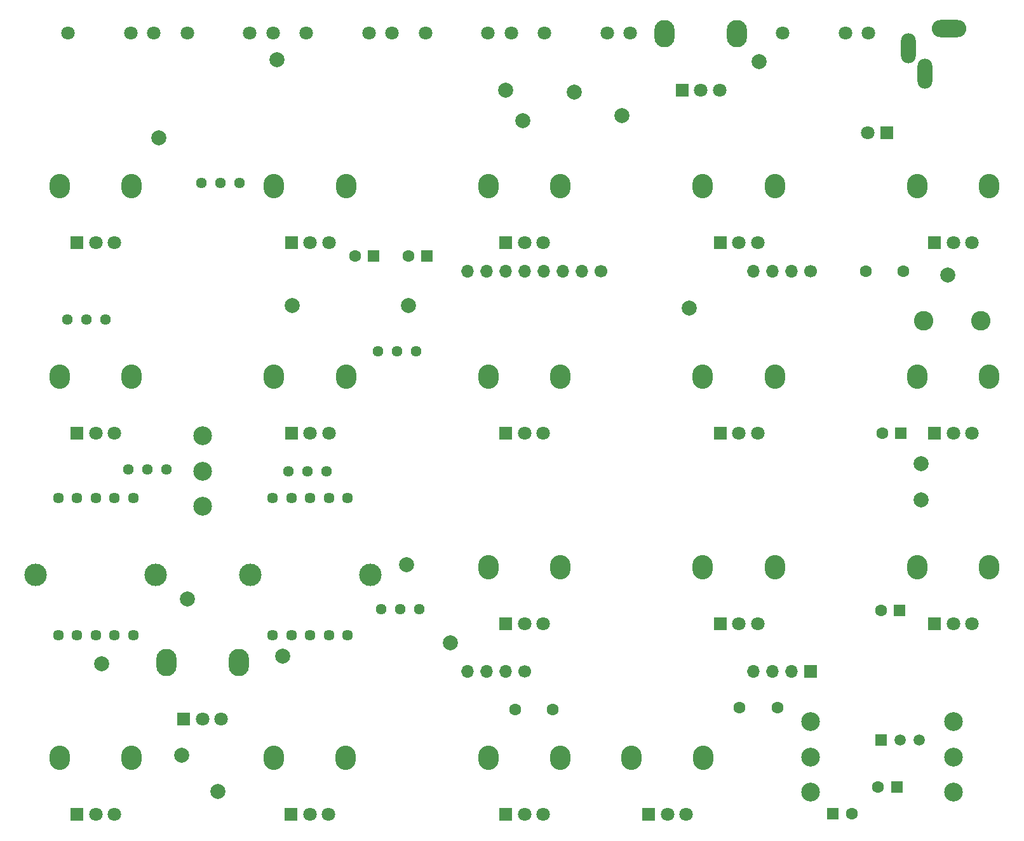
<source format=gts>
G04 #@! TF.GenerationSoftware,KiCad,Pcbnew,6.0.5+dfsg-1~bpo11+1*
G04 #@! TF.CreationDate,2022-09-17T14:34:51+00:00*
G04 #@! TF.ProjectId,micro_pico,6d696372-6f5f-4706-9963-6f2e6b696361,0.1*
G04 #@! TF.SameCoordinates,Original*
G04 #@! TF.FileFunction,Soldermask,Top*
G04 #@! TF.FilePolarity,Negative*
%FSLAX46Y46*%
G04 Gerber Fmt 4.6, Leading zero omitted, Abs format (unit mm)*
G04 Created by KiCad (PCBNEW 6.0.5+dfsg-1~bpo11+1) date 2022-09-17 14:34:51*
%MOMM*%
%LPD*%
G01*
G04 APERTURE LIST*
%ADD10C,2.500000*%
%ADD11O,4.600000X2.300000*%
%ADD12O,2.000000X4.000000*%
%ADD13O,2.720000X3.240000*%
%ADD14R,1.800000X1.800000*%
%ADD15C,1.800000*%
%ADD16C,3.000000*%
%ADD17C,1.451600*%
%ADD18O,2.720000X3.640000*%
%ADD19C,2.000000*%
%ADD20R,1.700000X1.700000*%
%ADD21O,1.700000X1.700000*%
%ADD22C,1.700000*%
%ADD23R,1.600000X1.600000*%
%ADD24C,1.600000*%
%ADD25C,1.440000*%
%ADD26C,2.600000*%
%ADD27R,1.500000X1.500000*%
%ADD28C,1.500000*%
G04 APERTURE END LIST*
D10*
X179070000Y-136780000D03*
X179070000Y-132080000D03*
X179070000Y-127380000D03*
D11*
X197584000Y-34955000D03*
D12*
X192184000Y-37575000D03*
X194334000Y-40975000D03*
D13*
X107595000Y-56010000D03*
X117195000Y-56010000D03*
D14*
X109895000Y-63510000D03*
D15*
X112395000Y-63510000D03*
X114895000Y-63510000D03*
D13*
X88620000Y-56010000D03*
X79020000Y-56010000D03*
D14*
X81320000Y-63510000D03*
D15*
X83820000Y-63510000D03*
X86320000Y-63510000D03*
X123320000Y-35560000D03*
X120220000Y-35560000D03*
X111920000Y-35560000D03*
D16*
X91820000Y-107780000D03*
X75820000Y-107780000D03*
D17*
X78820000Y-97530000D03*
X81320000Y-97530000D03*
X83820000Y-97530000D03*
X86320000Y-97530000D03*
X88820000Y-97530000D03*
X88820000Y-115830000D03*
X86320000Y-115830000D03*
X83820000Y-115830000D03*
X81320000Y-115830000D03*
X78820000Y-115830000D03*
D13*
X164745000Y-106800000D03*
X174345000Y-106800000D03*
D14*
X167045000Y-114300000D03*
D15*
X169545000Y-114300000D03*
X172045000Y-114300000D03*
D13*
X193320000Y-56010000D03*
X202920000Y-56010000D03*
D14*
X195620000Y-63510000D03*
D15*
X198120000Y-63510000D03*
X200620000Y-63510000D03*
D13*
X145770000Y-56010000D03*
X136170000Y-56010000D03*
D14*
X138470000Y-63510000D03*
D15*
X140970000Y-63510000D03*
X143470000Y-63510000D03*
D13*
X164820000Y-132210000D03*
X155220000Y-132210000D03*
D14*
X157520000Y-139710000D03*
D15*
X160020000Y-139710000D03*
X162520000Y-139710000D03*
D18*
X102867500Y-119510000D03*
X93267500Y-119510000D03*
D14*
X95567500Y-127010000D03*
D15*
X98067500Y-127010000D03*
X100567500Y-127010000D03*
D13*
X145770000Y-81400000D03*
X136170000Y-81400000D03*
D14*
X138470000Y-88900000D03*
D15*
X140970000Y-88900000D03*
X143470000Y-88900000D03*
D14*
X189230000Y-48895000D03*
D15*
X186690000Y-48895000D03*
D13*
X193320000Y-81400000D03*
X202920000Y-81400000D03*
D14*
X195620000Y-88900000D03*
D15*
X198120000Y-88900000D03*
X200620000Y-88900000D03*
X186820000Y-35560000D03*
X183720000Y-35560000D03*
X175420000Y-35560000D03*
D13*
X174345000Y-81400000D03*
X164745000Y-81400000D03*
D14*
X167045000Y-88900000D03*
D15*
X169545000Y-88900000D03*
X172045000Y-88900000D03*
D13*
X145770000Y-106800000D03*
X136170000Y-106800000D03*
D14*
X138470000Y-114300000D03*
D15*
X140970000Y-114300000D03*
X143470000Y-114300000D03*
D13*
X136170000Y-132210000D03*
X145770000Y-132210000D03*
D14*
X138470000Y-139710000D03*
D15*
X140970000Y-139710000D03*
X143470000Y-139710000D03*
D13*
X88620000Y-132200000D03*
X79020000Y-132200000D03*
D14*
X81320000Y-139700000D03*
D15*
X83820000Y-139700000D03*
X86320000Y-139700000D03*
D13*
X202920000Y-106810000D03*
X193320000Y-106810000D03*
D14*
X195620000Y-114310000D03*
D15*
X198120000Y-114310000D03*
X200620000Y-114310000D03*
D10*
X198120000Y-136780000D03*
X198120000Y-132080000D03*
X198120000Y-127380000D03*
D15*
X155070000Y-35560000D03*
X151970000Y-35560000D03*
X143670000Y-35560000D03*
X91570000Y-35560000D03*
X88470000Y-35560000D03*
X80170000Y-35560000D03*
D18*
X159665000Y-35680000D03*
X169265000Y-35680000D03*
D14*
X161965000Y-43180000D03*
D15*
X164465000Y-43180000D03*
X166965000Y-43180000D03*
D10*
X98107500Y-98680000D03*
X98107500Y-93980000D03*
X98107500Y-89280000D03*
D16*
X120395000Y-107780000D03*
X104395000Y-107780000D03*
D17*
X107395000Y-97530000D03*
X109895000Y-97530000D03*
X112395000Y-97530000D03*
X114895000Y-97530000D03*
X117395000Y-97530000D03*
X117395000Y-115830000D03*
X114895000Y-115830000D03*
X112395000Y-115830000D03*
X109895000Y-115830000D03*
X107395000Y-115830000D03*
D15*
X139195000Y-35560000D03*
X136095000Y-35560000D03*
X127795000Y-35560000D03*
D13*
X117155000Y-132200000D03*
X107555000Y-132200000D03*
D14*
X109855000Y-139700000D03*
D15*
X112355000Y-139700000D03*
X114855000Y-139700000D03*
X107445000Y-35560000D03*
X104345000Y-35560000D03*
X96045000Y-35560000D03*
D13*
X107595000Y-81410000D03*
X117195000Y-81410000D03*
D14*
X109895000Y-88910000D03*
D15*
X112395000Y-88910000D03*
X114895000Y-88910000D03*
D13*
X164745000Y-56010000D03*
X174345000Y-56010000D03*
D14*
X167045000Y-63510000D03*
D15*
X169545000Y-63510000D03*
X172045000Y-63510000D03*
D13*
X88620000Y-81410000D03*
X79020000Y-81410000D03*
D14*
X81320000Y-88910000D03*
D15*
X83820000Y-88910000D03*
X86320000Y-88910000D03*
D19*
X140716000Y-47244000D03*
D20*
X179070000Y-120650000D03*
D21*
X176530000Y-120650000D03*
X173990000Y-120650000D03*
X171450000Y-120650000D03*
D22*
X140970000Y-120650000D03*
D21*
X138430000Y-120650000D03*
X135890000Y-120650000D03*
X133350000Y-120650000D03*
X133350000Y-67310000D03*
X135890000Y-67310000D03*
X138430000Y-67310000D03*
X140970000Y-67310000D03*
X143510000Y-67310000D03*
X146050000Y-67310000D03*
X148590000Y-67310000D03*
D22*
X151130000Y-67310000D03*
D21*
X171450000Y-67310000D03*
X173990000Y-67310000D03*
X176530000Y-67310000D03*
D22*
X179070000Y-67310000D03*
D19*
X108712000Y-118618000D03*
D23*
X127976000Y-65278000D03*
D24*
X125476000Y-65278000D03*
D25*
X85150800Y-73787000D03*
X82610800Y-73787000D03*
X80070800Y-73787000D03*
D23*
X190971180Y-112572800D03*
D24*
X188471180Y-112572800D03*
D19*
X138430000Y-43180000D03*
X125476000Y-71882000D03*
X197358000Y-67818000D03*
D24*
X186465200Y-67360800D03*
X191465200Y-67360800D03*
D19*
X96012000Y-110998000D03*
X100076000Y-136652000D03*
X107950000Y-39116000D03*
X84582000Y-119634000D03*
D26*
X194183000Y-73914000D03*
X201803000Y-73914000D03*
D23*
X182104021Y-139598400D03*
D24*
X184604021Y-139598400D03*
X144740000Y-125730000D03*
X139740000Y-125730000D03*
D19*
X131064000Y-116840000D03*
X162941000Y-72263000D03*
X92202000Y-49530000D03*
X147574000Y-43434000D03*
X172212000Y-39370000D03*
D27*
X188468000Y-129794000D03*
D28*
X191008000Y-129794000D03*
X193548000Y-129794000D03*
D23*
X190615580Y-136093200D03*
D24*
X188115580Y-136093200D03*
D19*
X153924000Y-46558200D03*
D25*
X126492000Y-77978000D03*
X123952000Y-77978000D03*
X121412000Y-77978000D03*
D19*
X193802000Y-92964000D03*
D23*
X120864000Y-65278000D03*
D24*
X118364000Y-65278000D03*
D19*
X95250000Y-131826000D03*
D23*
X191135000Y-88900000D03*
D24*
X188635000Y-88900000D03*
D25*
X93218000Y-93726000D03*
X90678000Y-93726000D03*
X88138000Y-93726000D03*
X103007000Y-55549800D03*
X100467000Y-55549800D03*
X97927000Y-55549800D03*
X114554000Y-93980000D03*
X112014000Y-93980000D03*
X109474000Y-93980000D03*
D19*
X193802000Y-97790000D03*
D24*
X169661200Y-125476000D03*
X174661200Y-125476000D03*
D19*
X109982000Y-71882000D03*
X125222000Y-106426000D03*
D25*
X126933800Y-112395000D03*
X124393800Y-112395000D03*
X121853800Y-112395000D03*
M02*

</source>
